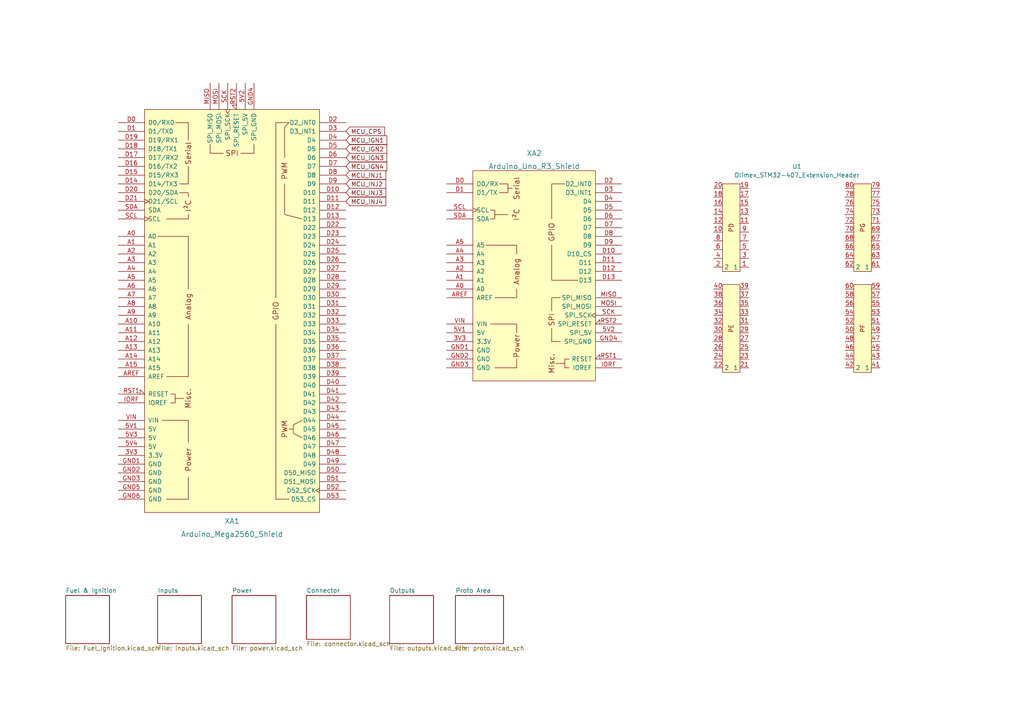
<source format=kicad_sch>
(kicad_sch (version 20211123) (generator eeschema)
  (paper "A4")
  (title_block (title "0.4") (date "2021-03-27") (rev "4d") (company "Speeduino"))
  (lib_symbols
    (symbol "arduino-library:Arduino_Mega2560_Shield" (pin_names (offset 1.016))
      (property "Reference" "XA" (at 0 -62.23 0))
      (property "Value" "Arduino_Mega2560_Shield" (at 0 -66.04 0))
      (symbol "Arduino_Mega2560_Shield_0_0"
        (rectangle (start -25.4 -58.42) (end 25.4 58.42) (fill (type background)))
        (rectangle (start -20.32 -31.75) (end -12.7 -31.75))
        (rectangle (start -19.05 -54.61) (end -12.7 -54.61))
        (rectangle (start -19.05 -19.05) (end -12.7 -19.05))
        (rectangle (start -19.05 26.67) (end -12.7 26.67))
        (rectangle (start -17.78 -26.67) (end -16.51 -26.67))
        (rectangle (start -17.78 -24.13) (end -16.51 -24.13))
        (rectangle (start -16.51 -25.4) (end -13.97 -25.4))
        (rectangle (start -16.51 -24.13) (end -16.51 -26.67))
        (rectangle (start -16.51 54.61) (end -12.7 54.61))
        (rectangle (start -15.24 34.29) (end -12.7 34.29))
        (rectangle (start -15.24 36.83) (end -12.7 36.83))
        (rectangle (start -12.7 -54.61) (end -12.7 -48.26))
        (rectangle (start -12.7 -31.75) (end -12.7 -38.1))
        (rectangle (start -12.7 26.67) (end -12.7 27.94))
        (rectangle (start -12.7 34.29) (end -12.7 33.02))
        (rectangle (start -12.7 41.91) (end -12.7 36.83))
        (rectangle (start -12.7 49.53) (end -12.7 54.61))
        (rectangle (start -6.35 48.26) (end -6.35 45.72))
        (rectangle (start -2.54 45.72) (end -6.35 45.72))
        (polyline (pts (xy -21.59 21.59) (xy -12.7 21.59)))
        (polyline (pts (xy -12.7 -19.05) (xy -12.7 -3.81)))
        (polyline (pts (xy -12.7 6.35) (xy -12.7 21.59)))
        (polyline (pts (xy 12.7 -54.61) (xy 16.51 -54.61)))
        (polyline (pts (xy 12.7 54.61) (xy 16.51 54.61)))
        (polyline (pts (xy 17.78 -34.29) (xy 16.51 -34.29)))
        (polyline (pts (xy 15.24 36.83) (xy 15.24 27.94) (xy 20.32 26.67)))
        (polyline (pts (xy 15.24 44.45) (xy 15.24 53.34) (xy 16.51 54.61)))
        (polyline (pts (xy 20.32 -31.75) (xy 17.78 -33.02) (xy 17.78 -35.56) (xy 20.32 -36.83)))
        (rectangle (start 6.35 45.72) (end 2.54 45.72))
        (rectangle (start 6.35 48.26) (end 6.35 45.72))
        (text "Analog" (at -12.7 1.27 900) (effects (font (size 1.524 1.524))))
        (text "I²C" (at -12.7 30.48 900) (effects (font (size 1.524 1.524))))
        (text "Misc." (at -12.7 -25.4 900) (effects (font (size 1.524 1.524))))
        (text "Power" (at -12.7 -43.18 900) (effects (font (size 1.524 1.524))))
        (text "PWM" (at 15.24 -34.29 900) (effects (font (size 1.524 1.524))))
        (text "PWM" (at 15.24 40.64 900) (effects (font (size 1.524 1.524))))
        (text "Serial" (at -12.7 45.72 900) (effects (font (size 1.524 1.524))))
        (text "SPI" (at 0 45.72 0) (effects (font (size 1.524 1.524))))
      )
      (symbol "Arduino_Mega2560_Shield_1_0"
        (rectangle (start 12.7 -54.61) (end 12.7 -3.81))
        (rectangle (start 12.7 54.61) (end 12.7 3.81))
        (text "GPIO" (at 12.7 0 900) (effects (font (size 1.524 1.524))))
      )
      (symbol "Arduino_Mega2560_Shield_1_1"
        (pin power_out line (at -33.02 -41.91 0) (length 7.62) (name "3.3V") (number "3V3"))
        (pin power_in line (at -33.02 -34.29 0) (length 7.62) (name "5V") (number "5V1"))
        (pin power_in line (at 3.81 66.04 270) (length 7.62) (name "SPI_5V") (number "5V2"))
        (pin power_in line (at -33.02 -36.83 0) (length 7.62) (name "5V") (number "5V3"))
        (pin power_in line (at -33.02 -39.37 0) (length 7.62) (name "5V") (number "5V4"))
        (pin bidirectional line (at -33.02 21.59 0) (length 7.62) (name "A0") (number "A0"))
        (pin bidirectional line (at -33.02 19.05 0) (length 7.62) (name "A1") (number "A1"))
        (pin bidirectional line (at -33.02 -3.81 0) (length 7.62) (name "A10") (number "A10"))
        (pin bidirectional line (at -33.02 -6.35 0) (length 7.62) (name "A11") (number "A11"))
        (pin bidirectional line (at -33.02 -8.89 0) (length 7.62) (name "A12") (number "A12"))
        (pin bidirectional line (at -33.02 -11.43 0) (length 7.62) (name "A13") (number "A13"))
        (pin bidirectional line (at -33.02 -13.97 0) (length 7.62) (name "A14") (number "A14"))
        (pin bidirectional line (at -33.02 -16.51 0) (length 7.62) (name "A15") (number "A15"))
        (pin bidirectional line (at -33.02 16.51 0) (length 7.62) (name "A2") (number "A2"))
        (pin bidirectional line (at -33.02 13.97 0) (length 7.62) (name "A3") (number "A3"))
        (pin bidirectional line (at -33.02 11.43 0) (length 7.62) (name "A4") (number "A4"))
        (pin bidirectional line (at -33.02 8.89 0) (length 7.62) (name "A5") (number "A5"))
        (pin bidirectional line (at -33.02 6.35 0) (length 7.62) (name "A6") (number "A6"))
        (pin bidirectional line (at -33.02 3.81 0) (length 7.62) (name "A7") (number "A7"))
        (pin bidirectional line (at -33.02 1.27 0) (length 7.62) (name "A8") (number "A8"))
        (pin bidirectional line (at -33.02 -1.27 0) (length 7.62) (name "A9") (number "A9"))
        (pin input line (at -33.02 -19.05 0) (length 7.62) (name "AREF") (number "AREF"))
        (pin bidirectional line (at -33.02 54.61 0) (length 7.62) (name "D0/RX0") (number "D0"))
        (pin bidirectional line (at -33.02 52.07 0) (length 7.62) (name "D1/TX0") (number "D1"))
        (pin bidirectional line (at 33.02 34.29 180) (length 7.62) (name "D10") (number "D10"))
        (pin bidirectional line (at 33.02 31.75 180) (length 7.62) (name "D11") (number "D11"))
        (pin bidirectional line (at 33.02 29.21 180) (length 7.62) (name "D12") (number "D12"))
        (pin bidirectional line (at 33.02 26.67 180) (length 7.62) (name "D13") (number "D13"))
        (pin bidirectional line (at -33.02 36.83 0) (length 7.62) (name "D14/TX3") (number "D14"))
        (pin bidirectional line (at -33.02 39.37 0) (length 7.62) (name "D15/RX3") (number "D15"))
        (pin bidirectional line (at -33.02 41.91 0) (length 7.62) (name "D16/TX2") (number "D16"))
        (pin bidirectional line (at -33.02 44.45 0) (length 7.62) (name "D17/RX2") (number "D17"))
        (pin bidirectional line (at -33.02 46.99 0) (length 7.62) (name "D18/TX1") (number "D18"))
        (pin bidirectional line (at -33.02 49.53 0) (length 7.62) (name "D19/RX1") (number "D19"))
        (pin bidirectional line (at 33.02 54.61 180) (length 7.62) (name "D2_INT0") (number "D2"))
        (pin bidirectional line (at -33.02 34.29 0) (length 7.62) (name "D20/SDA") (number "D20"))
        (pin bidirectional clock (at -33.02 31.75 0) (length 7.62) (name "D21/SCL") (number "D21"))
        (pin bidirectional line (at 33.02 24.13 180) (length 7.62) (name "D22") (number "D22"))
        (pin bidirectional line (at 33.02 21.59 180) (length 7.62) (name "D23") (number "D23"))
        (pin bidirectional line (at 33.02 19.05 180) (length 7.62) (name "D24") (number "D24"))
        (pin bidirectional line (at 33.02 16.51 180) (length 7.62) (name "D25") (number "D25"))
        (pin bidirectional line (at 33.02 13.97 180) (length 7.62) (name "D26") (number "D26"))
        (pin bidirectional line (at 33.02 11.43 180) (length 7.62) (name "D27") (number "D27"))
        (pin bidirectional line (at 33.02 8.89 180) (length 7.62) (name "D28") (number "D28"))
        (pin bidirectional line (at 33.02 6.35 180) (length 7.62) (name "D29") (number "D29"))
        (pin bidirectional line (at 33.02 52.07 180) (length 7.62) (name "D3_INT1") (number "D3"))
        (pin bidirectional line (at 33.02 3.81 180) (length 7.62) (name "D30") (number "D30"))
        (pin bidirectional line (at 33.02 1.27 180) (length 7.62) (name "D31") (number "D31"))
        (pin bidirectional line (at 33.02 -1.27 180) (length 7.62) (name "D32") (number "D32"))
        (pin bidirectional line (at 33.02 -3.81 180) (length 7.62) (name "D33") (number "D33"))
        (pin bidirectional line (at 33.02 -6.35 180) (length 7.62) (name "D34") (number "D34"))
        (pin bidirectional line (at 33.02 -8.89 180) (length 7.62) (name "D35") (number "D35"))
        (pin bidirectional line (at 33.02 -11.43 180) (length 7.62) (name "D36") (number "D36"))
        (pin bidirectional line (at 33.02 -13.97 180) (length 7.62) (name "D37") (number "D37"))
        (pin bidirectional line (at 33.02 -16.51 180) (length 7.62) (name "D38") (number "D38"))
        (pin bidirectional line (at 33.02 -19.05 180) (length 7.62) (name "D39") (number "D39"))
        (pin bidirectional line (at 33.02 49.53 180) (length 7.62) (name "D4") (number "D4"))
        (pin bidirectional line (at 33.02 -21.59 180) (length 7.62) (name "D40") (number "D40"))
        (pin bidirectional line (at 33.02 -24.13 180) (length 7.62) (name "D41") (number "D41"))
        (pin bidirectional line (at 33.02 -26.67 180) (length 7.62) (name "D42") (number "D42"))
        (pin bidirectional line (at 33.02 -29.21 180) (length 7.62) (name "D43") (number "D43"))
        (pin bidirectional line (at 33.02 -31.75 180) (length 7.62) (name "D44") (number "D44"))
        (pin bidirectional line (at 33.02 -34.29 180) (length 7.62) (name "D45") (number "D45"))
        (pin bidirectional line (at 33.02 -36.83 180) (length 7.62) (name "D46") (number "D46"))
        (pin bidirectional line (at 33.02 -39.37 180) (length 7.62) (name "D47") (number "D47"))
        (pin bidirectional line (at 33.02 -41.91 180) (length 7.62) (name "D48") (number "D48"))
        (pin bidirectional line (at 33.02 -44.45 180) (length 7.62) (name "D49") (number "D49"))
        (pin bidirectional line (at 33.02 46.99 180) (length 7.62) (name "D5") (number "D5"))
        (pin bidirectional line (at 33.02 -46.99 180) (length 7.62) (name "D50_MISO") (number "D50"))
        (pin bidirectional line (at 33.02 -49.53 180) (length 7.62) (name "D51_MOSI") (number "D51"))
        (pin bidirectional clock (at 33.02 -52.07 180) (length 7.62) (name "D52_SCK") (number "D52"))
        (pin bidirectional line (at 33.02 -54.61 180) (length 7.62) (name "D53_CS") (number "D53"))
        (pin bidirectional line (at 33.02 44.45 180) (length 7.62) (name "D6") (number "D6"))
        (pin bidirectional line (at 33.02 41.91 180) (length 7.62) (name "D7") (number "D7"))
        (pin bidirectional line (at 33.02 39.37 180) (length 7.62) (name "D8") (number "D8"))
        (pin bidirectional line (at 33.02 36.83 180) (length 7.62) (name "D9") (number "D9"))
        (pin power_in line (at -33.02 -44.45 0) (length 7.62) (name "GND") (number "GND1"))
        (pin power_in line (at -33.02 -46.99 0) (length 7.62) (name "GND") (number "GND2"))
        (pin power_in line (at -33.02 -49.53 0) (length 7.62) (name "GND") (number "GND3"))
        (pin power_in line (at 6.35 66.04 270) (length 7.62) (name "SPI_GND") (number "GND4"))
        (pin power_in line (at -33.02 -52.07 0) (length 7.62) (name "GND") (number "GND5"))
        (pin power_in line (at -33.02 -54.61 0) (length 7.62) (name "GND") (number "GND6"))
        (pin output line (at -33.02 -26.67 0) (length 7.62) (name "IOREF") (number "IORF"))
        (pin input line (at -6.35 66.04 270) (length 7.62) (name "SPI_MISO") (number "MISO"))
        (pin output line (at -3.81 66.04 270) (length 7.62) (name "SPI_MOSI") (number "MOSI"))
        (pin open_collector input_low (at -33.02 -24.13 0) (length 7.62) (name "RESET") (number "RST1"))
        (pin open_collector input_low (at 1.27 66.04 270) (length 7.62) (name "SPI_RESET") (number "RST2"))
        (pin output clock (at -1.27 66.04 270) (length 7.62) (name "SPI_SCK") (number "SCK"))
        (pin bidirectional clock (at -33.02 26.67 0) (length 7.62) (name "SCL") (number "SCL"))
        (pin bidirectional line (at -33.02 29.21 0) (length 7.62) (name "SDA") (number "SDA"))
        (pin power_in line (at -33.02 -31.75 0) (length 7.62) (name "VIN") (number "VIN"))
      )
    )
    (symbol "arduino-library:Arduino_Uno_R3_Shield" (pin_names (offset 1.016))
      (property "Reference" "XA" (at 0 36.83 0))
      (property "Value" "Arduino_Uno_R3_Shield" (at 0 33.02 0))
      (symbol "Arduino_Uno_R3_Shield_0_0"
        (rectangle (start -17.78 30.48) (end 17.78 -30.48) (fill (type background)))
        (rectangle (start -12.7 -13.97) (end -5.08 -13.97))
        (rectangle (start -11.43 -26.67) (end -5.08 -26.67))
        (polyline (pts (xy -11.43 17.78) (xy -7.62 17.78)))
        (polyline (pts (xy -7.62 25.4) (xy -6.35 25.4)))
        (polyline (pts (xy -5.08 -26.67) (xy -5.08 -24.13)))
        (polyline (pts (xy -5.08 -15.24) (xy -5.08 -16.51)))
        (polyline (pts (xy -5.08 -13.97) (xy -5.08 -15.24)))
        (polyline (pts (xy -5.08 -3.81) (xy -5.08 -6.35) (xy -11.43 -6.35)))
        (polyline (pts (xy -5.08 6.35) (xy -5.08 8.89) (xy -13.97 8.89)))
        (polyline (pts (xy 5.08 8.89) (xy 5.08 -1.27) (xy 12.7 -1.27)))
        (polyline (pts (xy 5.08 16.51) (xy 5.08 26.67) (xy 8.89 26.67)))
        (polyline (pts (xy -12.7 19.05) (xy -11.43 19.05) (xy -11.43 16.51) (xy -12.7 16.51)))
        (polyline (pts (xy -10.16 26.67) (xy -7.62 26.67) (xy -7.62 24.13) (xy -10.16 24.13)))
        (rectangle (start 5.08 -19.05) (end 5.08 -15.24))
        (rectangle (start 5.08 -19.05) (end 7.62 -19.05))
        (rectangle (start 5.08 -10.16) (end 5.08 -6.35))
        (rectangle (start 7.62 -6.35) (end 5.08 -6.35))
        (rectangle (start 8.89 -25.4) (end 6.35 -25.4))
        (rectangle (start 8.89 -24.13) (end 8.89 -26.67))
        (rectangle (start 10.16 -26.67) (end 8.89 -26.67))
        (rectangle (start 10.16 -24.13) (end 8.89 -24.13))
        (text "Analog" (at -5.08 1.27 900) (effects (font (size 1.524 1.524))))
        (text "I²C" (at -5.08 17.78 900) (effects (font (size 1.524 1.524))))
        (text "Misc." (at 5.08 -25.4 900) (effects (font (size 1.524 1.524))))
        (text "Power" (at -5.08 -20.32 900) (effects (font (size 1.524 1.524))))
        (text "Serial" (at -5.08 25.4 900) (effects (font (size 1.524 1.524))))
        (text "SPI" (at 5.08 -12.7 900) (effects (font (size 1.524 1.524))))
      )
      (symbol "Arduino_Uno_R3_Shield_1_0"
        (text "GPIO" (at 5.08 12.7 900) (effects (font (size 1.524 1.524))))
      )
      (symbol "Arduino_Uno_R3_Shield_1_1"
        (pin power_out line (at -25.4 -19.05 0) (length 7.62) (name "3.3V") (number "3V3"))
        (pin power_in line (at -25.4 -16.51 0) (length 7.62) (name "5V") (number "5V1"))
        (pin power_in line (at 25.4 -16.51 180) (length 7.62) (name "SPI_5V") (number "5V2"))
        (pin bidirectional line (at -25.4 -3.81 0) (length 7.62) (name "A0") (number "A0"))
        (pin bidirectional line (at -25.4 -1.27 0) (length 7.62) (name "A1") (number "A1"))
        (pin bidirectional line (at -25.4 1.27 0) (length 7.62) (name "A2") (number "A2"))
        (pin bidirectional line (at -25.4 3.81 0) (length 7.62) (name "A3") (number "A3"))
        (pin bidirectional line (at -25.4 6.35 0) (length 7.62) (name "A4") (number "A4"))
        (pin bidirectional line (at -25.4 8.89 0) (length 7.62) (name "A5") (number "A5"))
        (pin input line (at -25.4 -6.35 0) (length 7.62) (name "AREF") (number "AREF"))
        (pin bidirectional line (at -25.4 26.67 0) (length 7.62) (name "D0/RX") (number "D0"))
        (pin bidirectional line (at -25.4 24.13 0) (length 7.62) (name "D1/TX") (number "D1"))
        (pin bidirectional line (at 25.4 6.35 180) (length 7.62) (name "D10_CS") (number "D10"))
        (pin bidirectional line (at 25.4 3.81 180) (length 7.62) (name "D11") (number "D11"))
        (pin bidirectional line (at 25.4 1.27 180) (length 7.62) (name "D12") (number "D12"))
        (pin bidirectional line (at 25.4 -1.27 180) (length 7.62) (name "D13") (number "D13"))
        (pin bidirectional line (at 25.4 26.67 180) (length 7.62) (name "D2_INT0") (number "D2"))
        (pin bidirectional line (at 25.4 24.13 180) (length 7.62) (name "D3_INT1") (number "D3"))
        (pin bidirectional line (at 25.4 21.59 180) (length 7.62) (name "D4") (number "D4"))
        (pin bidirectional line (at 25.4 19.05 180) (length 7.62) (name "D5") (number "D5"))
        (pin bidirectional line (at 25.4 16.51 180) (length 7.62) (name "D6") (number "D6"))
        (pin bidirectional line (at 25.4 13.97 180) (length 7.62) (name "D7") (number "D7"))
        (pin bidirectional line (at 25.4 11.43 180) (length 7.62) (name "D8") (number "D8"))
        (pin bidirectional line (at 25.4 8.89 180) (length 7.62) (name "D9") (number "D9"))
        (pin power_in line (at -25.4 -21.59 0) (length 7.62) (name "GND") (number "GND1"))
        (pin power_in line (at -25.4 -24.13 0) (length 7.62) (name "GND") (number "GND2"))
        (pin power_in line (at -25.4 -26.67 0) (length 7.62) (name "GND") (number "GND3"))
        (pin power_in line (at 25.4 -19.05 180) (length 7.62) (name "SPI_GND") (number "GND4"))
        (pin output line (at 25.4 -26.67 180) (length 7.62) (name "IOREF") (number "IORF"))
        (pin input line (at 25.4 -6.35 180) (length 7.62) (name "SPI_MISO") (number "MISO"))
        (pin output line (at 25.4 -8.89 180) (length 7.62) (name "SPI_MOSI") (number "MOSI"))
        (pin open_collector input_low (at 25.4 -24.13 180) (length 7.62) (name "RESET") (number "RST1"))
        (pin open_collector input_low (at 25.4 -13.97 180) (length 7.62) (name "SPI_RESET") (number "RST2"))
        (pin output clock (at 25.4 -11.43 180) (length 7.62) (name "SPI_SCK") (number "SCK"))
        (pin bidirectional clock (at -25.4 19.05 0) (length 7.62) (name "SCL") (number "SCL"))
        (pin bidirectional line (at -25.4 16.51 0) (length 7.62) (name "SDA") (number "SDA"))
        (pin power_in line (at -25.4 -13.97 0) (length 7.62) (name "VIN") (number "VIN"))
      )
    )
    (symbol "saab_lib:Olimex_STM32-407_Extension_Header"
      (property "Reference" "U" (at 1.27 1.27 0))
      (property "Value" "Olimex_STM32-407_Extension_Header" (at 19.05 3.81 0))
      (symbol "Olimex_STM32-407_Extension_Header_0_0"
        (text "PD" (at 11.43 -16.51 900) (effects (font (size 1.27 1.27))))
        (text "PE" (at 11.43 -45.72 900) (effects (font (size 1.27 1.27))))
        (text "PF" (at 49.53 -45.72 900) (effects (font (size 1.27 1.27))))
        (text "PG" (at 49.53 -16.51 900) (effects (font (size 1.27 1.27))))
      )
      (symbol "Olimex_STM32-407_Extension_Header_0_1"
        (rectangle (start 8.89 -33.02) (end 13.97 -58.42) (fill (type background)))
        (rectangle (start 8.89 -3.81) (end 13.97 -29.21) (fill (type background)))
        (rectangle (start 46.99 -33.02) (end 52.07 -58.42) (fill (type background)))
        (rectangle (start 46.99 -3.81) (end 52.07 -29.21) (fill (type background)))
      )
      (symbol "Olimex_STM32-407_Extension_Header_1_1"
        (pin input line (at 16.51 -27.94 180) (length 2.54) (name "1") (number "1"))
        (pin input line (at 6.35 -17.78 0) (length 2.54) (name "") (number "10"))
        (pin input line (at 16.51 -15.24 180) (length 2.54) (name "") (number "11"))
        (pin input line (at 6.35 -15.24 0) (length 2.54) (name "") (number "12"))
        (pin input line (at 16.51 -12.7 180) (length 2.54) (name "") (number "13"))
        (pin input line (at 6.35 -12.7 0) (length 2.54) (name "") (number "14"))
        (pin input line (at 16.51 -10.16 180) (length 2.54) (name "") (number "15"))
        (pin input line (at 6.35 -10.16 0) (length 2.54) (name "") (number "16"))
        (pin input line (at 16.51 -7.62 180) (length 2.54) (name "") (number "17"))
        (pin input line (at 6.35 -7.62 0) (length 2.54) (name "") (number "18"))
        (pin input line (at 16.51 -5.08 180) (length 2.54) (name "") (number "19"))
        (pin input line (at 6.35 -27.94 0) (length 2.54) (name "2") (number "2"))
        (pin input line (at 6.35 -5.08 0) (length 2.54) (name "") (number "20"))
        (pin input line (at 16.51 -57.15 180) (length 2.54) (name "1") (number "21"))
        (pin input line (at 6.35 -57.15 0) (length 2.54) (name "2") (number "22"))
        (pin input line (at 16.51 -54.61 180) (length 2.54) (name "") (number "23"))
        (pin input line (at 6.35 -54.61 0) (length 2.54) (name "") (number "24"))
        (pin input line (at 16.51 -52.07 180) (length 2.54) (name "") (number "25"))
        (pin input line (at 6.35 -52.07 0) (length 2.54) (name "") (number "26"))
        (pin input line (at 16.51 -49.53 180) (length 2.54) (name "") (number "27"))
        (pin input line (at 6.35 -49.53 0) (length 2.54) (name "") (number "28"))
        (pin input line (at 16.51 -46.99 180) (length 2.54) (name "") (number "29"))
        (pin input line (at 16.51 -25.4 180) (length 2.54) (name "") (number "3"))
        (pin input line (at 6.35 -46.99 0) (length 2.54) (name "") (number "30"))
        (pin input line (at 16.51 -44.45 180) (length 2.54) (name "") (number "31"))
        (pin input line (at 6.35 -44.45 0) (length 2.54) (name "") (number "32"))
        (pin input line (at 16.51 -41.91 180) (length 2.54) (name "") (number "33"))
        (pin input line (at 6.35 -41.91 0) (length 2.54) (name "") (number "34"))
        (pin input line (at 16.51 -39.37 180) (length 2.54) (name "") (number "35"))
        (pin input line (at 6.35 -39.37 0) (length 2.54) (name "") (number "36"))
        (pin input line (at 16.51 -36.83 180) (length 2.54) (name "") (number "37"))
        (pin input line (at 6.35 -36.83 0) (length 2.54) (name "") (number "38"))
        (pin input line (at 16.51 -34.29 180) (length 2.54) (name "") (number "39"))
        (pin input line (at 6.35 -25.4 0) (length 2.54) (name "") (number "4"))
        (pin input line (at 6.35 -34.29 0) (length 2.54) (name "") (number "40"))
        (pin input line (at 54.61 -57.15 180) (length 2.54) (name "1") (number "41"))
        (pin input line (at 44.45 -57.15 0) (length 2.54) (name "2") (number "42"))
        (pin input line (at 54.61 -54.61 180) (length 2.54) (name "") (number "43"))
        (pin input line (at 44.45 -54.61 0) (length 2.54) (name "") (number "44"))
        (pin input line (at 54.61 -52.07 180) (length 2.54) (name "") (number "45"))
        (pin input line (at 44.45 -52.07 0) (length 2.54) (name "") (number "46"))
        (pin input line (at 54.61 -49.53 180) (length 2.54) (name "") (number "47"))
        (pin input line (at 44.45 -49.53 0) (length 2.54) (name "") (number "48"))
        (pin input line (at 54.61 -46.99 180) (length 2.54) (name "") (number "49"))
        (pin input line (at 16.51 -22.86 180) (length 2.54) (name "") (number "5"))
        (pin input line (at 44.45 -46.99 0) (length 2.54) (name "") (number "50"))
        (pin input line (at 54.61 -44.45 180) (length 2.54) (name "") (number "51"))
        (pin input line (at 44.45 -44.45 0) (length 2.54) (name "") (number "52"))
        (pin input line (at 54.61 -41.91 180) (length 2.54) (name "") (number "53"))
        (pin input line (at 44.45 -41.91 0) (length 2.54) (name "") (number "54"))
        (pin input line (at 54.61 -39.37 180) (length 2.54) (name "") (number "55"))
        (pin input line (at 44.45 -39.37 0) (length 2.54) (name "") (number "56"))
        (pin input line (at 54.61 -36.83 180) (length 2.54) (name "") (number "57"))
        (pin input line (at 44.45 -36.83 0) (length 2.54) (name "") (number "58"))
        (pin input line (at 54.61 -34.29 180) (length 2.54) (name "") (number "59"))
        (pin input line (at 6.35 -22.86 0) (length 2.54) (name "") (number "6"))
        (pin input line (at 44.45 -34.29 0) (length 2.54) (name "") (number "60"))
        (pin input line (at 54.61 -27.94 180) (length 2.54) (name "1") (number "61"))
        (pin input line (at 44.45 -27.94 0) (length 2.54) (name "2") (number "62"))
        (pin input line (at 54.61 -25.4 180) (length 2.54) (name "") (number "63"))
        (pin input line (at 44.45 -25.4 0) (length 2.54) (name "") (number "64"))
        (pin input line (at 54.61 -22.86 180) (length 2.54) (name "") (number "65"))
        (pin input line (at 44.45 -22.86 0) (length 2.54) (name "") (number "66"))
        (pin input line (at 54.61 -20.32 180) (length 2.54) (name "") (number "67"))
        (pin input line (at 44.45 -20.32 0) (length 2.54) (name "") (number "68"))
        (pin input line (at 54.61 -17.78 180) (length 2.54) (name "") (number "69"))
        (pin input line (at 16.51 -20.32 180) (length 2.54) (name "") (number "7"))
        (pin input line (at 44.45 -17.78 0) (length 2.54) (name "") (number "70"))
        (pin input line (at 54.61 -15.24 180) (length 2.54) (name "") (number "71"))
        (pin input line (at 44.45 -15.24 0) (length 2.54) (name "") (number "72"))
        (pin input line (at 54.61 -12.7 180) (length 2.54) (name "") (number "73"))
        (pin input line (at 44.45 -12.7 0) (length 2.54) (name "") (number "74"))
        (pin input line (at 54.61 -10.16 180) (length 2.54) (name "") (number "75"))
        (pin input line (at 44.45 -10.16 0) (length 2.54) (name "") (number "76"))
        (pin input line (at 54.61 -7.62 180) (length 2.54) (name "") (number "77"))
        (pin input line (at 44.45 -7.62 0) (length 2.54) (name "") (number "78"))
        (pin input line (at 54.61 -5.08 180) (length 2.54) (name "") (number "79"))
        (pin input line (at 6.35 -20.32 0) (length 2.54) (name "") (number "8"))
        (pin input line (at 44.45 -5.08 0) (length 2.54) (name "") (number "80"))
        (pin input line (at 16.51 -17.78 180) (length 2.54) (name "") (number "9"))
      )
    )
  )
  (global_label "MCU_INJ3" (shape input) (at 100.33 55.88 0) (property "Intersheet References" "${INTERSHEET_REFS}" (effects hide)))
  (global_label "MCU_CPS" (shape input) (at 100.33 38.1 0) (property "Intersheet References" "${INTERSHEET_REFS}" (effects hide)))
  (global_label "MCU_IGN4" (shape input) (at 100.33 48.26 0) (property "Intersheet References" "${INTERSHEET_REFS}" (effects hide)))
  (global_label "MCU_INJ4" (shape input) (at 100.33 58.42 0) (property "Intersheet References" "${INTERSHEET_REFS}" (effects hide)))
  (global_label "MCU_IGN3" (shape input) (at 100.33 45.72 0) (property "Intersheet References" "${INTERSHEET_REFS}" (effects hide)))
  (global_label "MCU_IGN1" (shape input) (at 100.33 40.64 0) (property "Intersheet References" "${INTERSHEET_REFS}" (effects hide)))
  (global_label "MCU_INJ2" (shape input) (at 100.33 53.34 0) (property "Intersheet References" "${INTERSHEET_REFS}" (effects hide)))
  (global_label "MCU_INJ1" (shape input) (at 100.33 50.8 0) (property "Intersheet References" "${INTERSHEET_REFS}" (effects hide)))
  (global_label "MCU_IGN2" (shape input) (at 100.33 43.18 0) (property "Intersheet References" "${INTERSHEET_REFS}" (effects hide)))
  (symbol (lib_id "arduino-library:Arduino_Mega2560_Shield") (at 67.31 90.17 0) (unit 1)
    (property "Reference" "XA1" (at 67.31 151.13 0) (effects (font (size 1.524 1.524))))
    (property "Value" "Arduino_Mega2560_Shield" (at 67.31 154.94 0) (effects (font (size 1.524 1.524))))
    (property "Footprint" "PCM_arduino-library:Arduino_Mega2560_Shield" (effects hide))
    (property "Datasheet" "https://docs.arduino.cc/hardware/mega-2560" (effects hide))
  )
  (symbol (lib_id "arduino-library:Arduino_Uno_R3_Shield") (at 154.94 80.01 0) (unit 1)
    (property "Reference" "XA2" (at 154.94 44.45 0) (effects (font (size 1.524 1.524))))
    (property "Value" "Arduino_Uno_R3_Shield" (at 154.94 48.26 0) (effects (font (size 1.524 1.524))))
    (property "Footprint" "PCM_arduino-library:Arduino_Uno_R3_Shield" (effects hide))
    (property "Datasheet" "https://docs.arduino.cc/hardware/uno-rev3" (effects hide))
  )
  (symbol (lib_id "saab_lib:Olimex_STM32-407_Extension_Header") (at 200.66 49.53 0) (unit 1)
    (property "Reference" "U1" (at 231.14 48.26 0))
    (property "Value" "Olimex_STM32-407_Extension_Header" (at 231.14 50.8 0))
    (property "Footprint" "saab_lib:Olimex_STM32-E407_Extenstion_Header" (effects hide))
  )
  (sheet (at 19.05 172.72) (size 12.7 13.97)
    (property "Sheet name" "Fuel & Ignition" (at 19.05 172.0084 0) (effects (justify left bottom)))
    (property "Sheet file" "Fuel_Ignition.kicad_sch" (at 19.05 187.2746 0) (effects (justify left top)))
  )
  (sheet (at 45.72 172.72) (size 12.7 13.97)
    (property "Sheet name" "Inputs" (at 45.72 172.0084 0) (effects (justify left bottom)))
    (property "Sheet file" "inputs.kicad_sch" (at 45.72 187.2746 0) (effects (justify left top)))
  )
  (sheet (at 67.31 172.72) (size 12.7 13.97)
    (property "Sheet name" "Power" (at 67.31 172.0084 0) (effects (justify left bottom)))
    (property "Sheet file" "power.kicad_sch" (at 67.31 187.2746 0) (effects (justify left top)))
  )
  (sheet (at 88.9 172.72) (size 12.7 12.7)
    (property "Sheet name" "Connector" (at 88.9 172.0084 0) (effects (justify left bottom)))
    (property "Sheet file" "connector.kicad_sch" (at 88.9 186.0046 0) (effects (justify left top)))
  )
  (sheet (at 113.03 172.72) (size 12.7 13.97)
    (property "Sheet name" "Outputs" (at 113.03 172.0084 0) (effects (justify left bottom)))
    (property "Sheet file" "outputs.kicad_sch" (at 113.03 187.2746 0) (effects (justify left top)))
  )
  (sheet (at 132.08 172.72) (size 13.97 13.97)
    (property "Sheet name" "Proto Area" (at 132.08 172.0084 0) (effects (justify left bottom)))
    (property "Sheet file" "proto.kicad_sch" (at 132.08 187.2746 0) (effects (justify left top)))
  )
)
</source>
